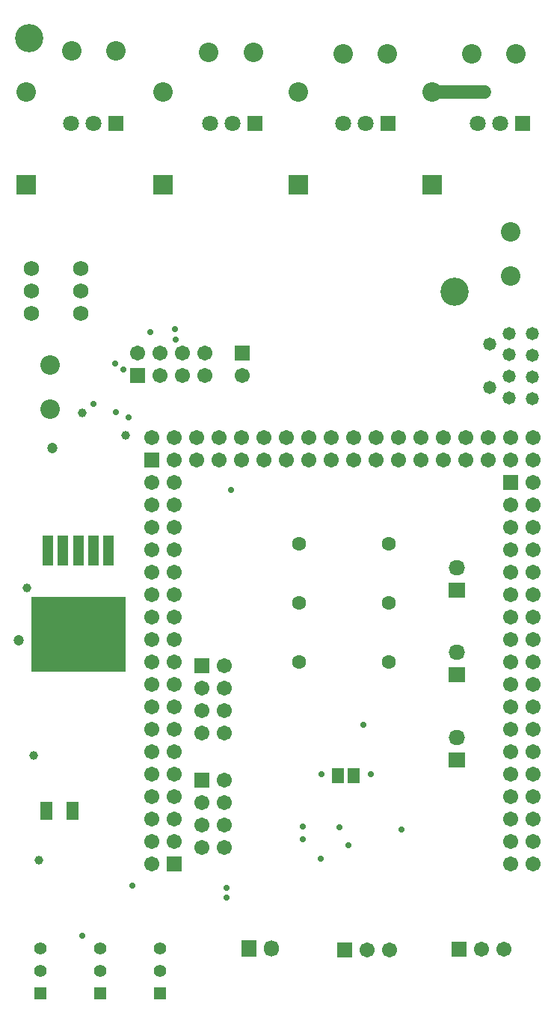
<source format=gbs>
G04*
G04 #@! TF.GenerationSoftware,Altium Limited,Altium Designer,18.1.9 (240)*
G04*
G04 Layer_Color=16711935*
%FSLAX25Y25*%
%MOIN*%
G70*
G01*
G75*
%ADD36R,0.05367X0.06587*%
%ADD37R,0.05249X0.07887*%
%ADD45R,0.06706X0.06706*%
%ADD46C,0.06706*%
%ADD47R,0.08674X0.08674*%
%ADD48C,0.08674*%
%ADD49R,0.07099X0.07099*%
%ADD50C,0.07099*%
%ADD51C,0.05524*%
%ADD52R,0.05524X0.05524*%
%ADD53C,0.06800*%
%ADD54O,0.07300X0.06800*%
%ADD55R,0.07300X0.06800*%
%ADD56C,0.06312*%
%ADD57O,0.06800X0.07300*%
%ADD58R,0.06800X0.07300*%
%ADD59C,0.12611*%
%ADD60R,0.06706X0.06706*%
%ADD61C,0.02769*%
%ADD62C,0.03950*%
%ADD63C,0.04737*%
%ADD64C,0.05800*%
%ADD72C,0.06000*%
%ADD99R,0.04934X0.13398*%
%ADD100R,0.41942X0.33477*%
D36*
X147455Y110700D02*
D03*
X154345D02*
D03*
D37*
X29132Y94900D02*
D03*
X17400D02*
D03*
D45*
X201200Y33300D02*
D03*
X224400Y241300D02*
D03*
X104700Y298800D02*
D03*
X86500Y159400D02*
D03*
X150200Y33000D02*
D03*
X74400Y71300D02*
D03*
X86500Y108700D02*
D03*
D46*
X211200Y33300D02*
D03*
X221200D02*
D03*
X234400Y241300D02*
D03*
X224400Y231300D02*
D03*
X234400D02*
D03*
X224400Y221300D02*
D03*
X234400D02*
D03*
X224400Y211300D02*
D03*
X234400D02*
D03*
X224400Y201300D02*
D03*
X234400D02*
D03*
X224400Y191300D02*
D03*
X234400D02*
D03*
X224400Y181300D02*
D03*
X234400D02*
D03*
X224400Y171300D02*
D03*
X234400D02*
D03*
X224400Y161300D02*
D03*
X234400D02*
D03*
X224400Y151300D02*
D03*
X234400D02*
D03*
X224400Y141300D02*
D03*
X234400D02*
D03*
X224400Y131300D02*
D03*
X234400D02*
D03*
X224400Y121300D02*
D03*
X234400D02*
D03*
X224400Y111300D02*
D03*
X234400D02*
D03*
X224400Y101300D02*
D03*
X234400D02*
D03*
X224400Y91300D02*
D03*
X234400D02*
D03*
X224400Y81300D02*
D03*
X234400D02*
D03*
X224400Y71300D02*
D03*
X234400D02*
D03*
X104700Y288800D02*
D03*
X96500Y159400D02*
D03*
X86500Y149400D02*
D03*
X96500D02*
D03*
X86500Y139400D02*
D03*
X96500D02*
D03*
X86500Y129400D02*
D03*
X96500D02*
D03*
X160200Y33000D02*
D03*
X170200D02*
D03*
X64400Y261300D02*
D03*
X74400Y251300D02*
D03*
Y261300D02*
D03*
X84400Y251300D02*
D03*
Y261300D02*
D03*
X94400Y251300D02*
D03*
Y261300D02*
D03*
X104400Y251300D02*
D03*
Y261300D02*
D03*
X114400Y251300D02*
D03*
Y261300D02*
D03*
X124400Y251300D02*
D03*
Y261300D02*
D03*
X134400Y251300D02*
D03*
Y261300D02*
D03*
X144400Y251300D02*
D03*
Y261300D02*
D03*
X154400Y251300D02*
D03*
Y261300D02*
D03*
X164400Y251300D02*
D03*
Y261300D02*
D03*
X174400Y251300D02*
D03*
Y261300D02*
D03*
X184400Y251300D02*
D03*
Y261300D02*
D03*
X194400Y251300D02*
D03*
Y261300D02*
D03*
X204400Y251300D02*
D03*
Y261300D02*
D03*
X214400Y251300D02*
D03*
Y261300D02*
D03*
X224400Y251300D02*
D03*
Y261300D02*
D03*
X234400Y251300D02*
D03*
Y261300D02*
D03*
X64400Y241300D02*
D03*
X74400D02*
D03*
X64400Y231300D02*
D03*
X74400D02*
D03*
X64400Y221300D02*
D03*
X74400D02*
D03*
X64400Y211300D02*
D03*
X74400D02*
D03*
X64400Y201300D02*
D03*
X74400D02*
D03*
X64400Y191300D02*
D03*
X74400D02*
D03*
X64400Y181300D02*
D03*
X74400D02*
D03*
X64400Y171300D02*
D03*
X74400D02*
D03*
X64400Y161300D02*
D03*
X74400D02*
D03*
X64400Y151300D02*
D03*
X74400D02*
D03*
X64400Y141300D02*
D03*
X74400D02*
D03*
X64400Y131300D02*
D03*
X74400D02*
D03*
X64400Y121300D02*
D03*
X74400D02*
D03*
X64400Y111300D02*
D03*
X74400D02*
D03*
X64400Y101300D02*
D03*
X74400D02*
D03*
X64400Y91300D02*
D03*
X74400D02*
D03*
X64400Y81300D02*
D03*
X74400D02*
D03*
X64400Y71300D02*
D03*
X96500Y78700D02*
D03*
X86500D02*
D03*
X96500Y88700D02*
D03*
X86500D02*
D03*
X96500Y98700D02*
D03*
X86500D02*
D03*
X96500Y108700D02*
D03*
X88000Y298800D02*
D03*
Y288800D02*
D03*
X78000Y298800D02*
D03*
Y288800D02*
D03*
X68000Y298800D02*
D03*
Y288800D02*
D03*
X58000Y298800D02*
D03*
D47*
X189200Y374009D02*
D03*
X129800D02*
D03*
X8200D02*
D03*
X69300D02*
D03*
D48*
X189200Y415191D02*
D03*
X207115Y432200D02*
D03*
X226800D02*
D03*
X19100Y273815D02*
D03*
Y293500D02*
D03*
X169400Y432100D02*
D03*
X149715D02*
D03*
X109500Y432800D02*
D03*
X89815D02*
D03*
X48385Y433500D02*
D03*
X28700D02*
D03*
X129800Y415191D02*
D03*
X8200D02*
D03*
X224300Y352785D02*
D03*
Y333100D02*
D03*
X69300Y415191D02*
D03*
D49*
X229700Y401100D02*
D03*
X110300D02*
D03*
X48400D02*
D03*
X169500D02*
D03*
D50*
X219700D02*
D03*
X209700D02*
D03*
X90300D02*
D03*
X100300D02*
D03*
X28400D02*
D03*
X38400D02*
D03*
X149500D02*
D03*
X159500D02*
D03*
D51*
X68000Y33500D02*
D03*
Y23500D02*
D03*
X14700D02*
D03*
Y33500D02*
D03*
X41350Y23500D02*
D03*
Y33500D02*
D03*
D52*
X68000Y13500D02*
D03*
X14700D02*
D03*
X41350D02*
D03*
D53*
X32500Y316500D02*
D03*
Y336500D02*
D03*
Y326500D02*
D03*
X10500Y316500D02*
D03*
Y326500D02*
D03*
Y336500D02*
D03*
D54*
X200400Y203300D02*
D03*
Y127510D02*
D03*
Y165405D02*
D03*
D55*
Y193290D02*
D03*
Y117500D02*
D03*
Y155395D02*
D03*
D56*
X169900Y213800D02*
D03*
X129900D02*
D03*
X130000Y161100D02*
D03*
X170000D02*
D03*
X129900Y187450D02*
D03*
X169900D02*
D03*
D57*
X117600Y33600D02*
D03*
D58*
X107590D02*
D03*
D59*
X199400Y326100D02*
D03*
X9700Y439100D02*
D03*
D60*
X64400Y251300D02*
D03*
X58000Y288800D02*
D03*
D61*
X74600Y309600D02*
D03*
X140000Y111100D02*
D03*
X158800Y133200D02*
D03*
X33400Y39200D02*
D03*
X55800Y61600D02*
D03*
X139700Y73600D02*
D03*
X152000Y79700D02*
D03*
X147900Y87600D02*
D03*
X175700Y86400D02*
D03*
X131700Y82300D02*
D03*
Y87800D02*
D03*
X97800Y56100D02*
D03*
Y60400D02*
D03*
X161900Y111100D02*
D03*
X54000Y270200D02*
D03*
X38333Y276100D02*
D03*
X48385Y272700D02*
D03*
X99500Y237800D02*
D03*
X48000Y294200D02*
D03*
X51700Y291600D02*
D03*
X74900Y304800D02*
D03*
X63500Y308200D02*
D03*
D62*
X52800Y262300D02*
D03*
X8800Y194147D02*
D03*
X14000Y72800D02*
D03*
X11800Y119500D02*
D03*
X33400Y272300D02*
D03*
D63*
X20100Y256500D02*
D03*
X4900Y170800D02*
D03*
D64*
X223500Y298133D02*
D03*
Y307700D02*
D03*
X215100Y302800D02*
D03*
X234100Y297833D02*
D03*
Y307400D02*
D03*
Y288267D02*
D03*
X223500Y288567D02*
D03*
X215100Y283600D02*
D03*
X223500Y279000D02*
D03*
X234100Y278700D02*
D03*
D72*
X189200Y415191D02*
X212509D01*
D99*
X18114Y210705D02*
D03*
X24807D02*
D03*
X31500D02*
D03*
X38193D02*
D03*
X44886D02*
D03*
D100*
X31500Y173500D02*
D03*
M02*

</source>
